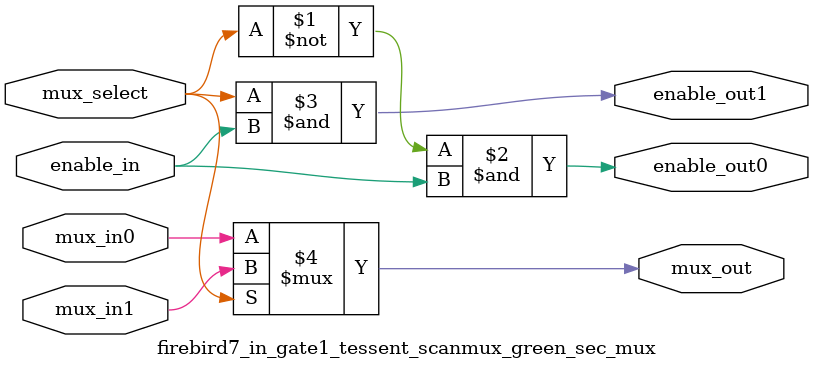
<source format=sv>

module firebird7_in_gate1_tessent_scanmux_green_sec_mux (
  input wire mux_in0,
  input wire mux_in1,
  output wire mux_out,
  input wire mux_select,
  input wire enable_in,
  output wire enable_out0,
  output wire enable_out1
);
  assign enable_out0     = ~mux_select & enable_in;
  assign enable_out1     =  mux_select & enable_in;
 
  assign mux_out         = mux_select ? mux_in1 : mux_in0;
 
endmodule

</source>
